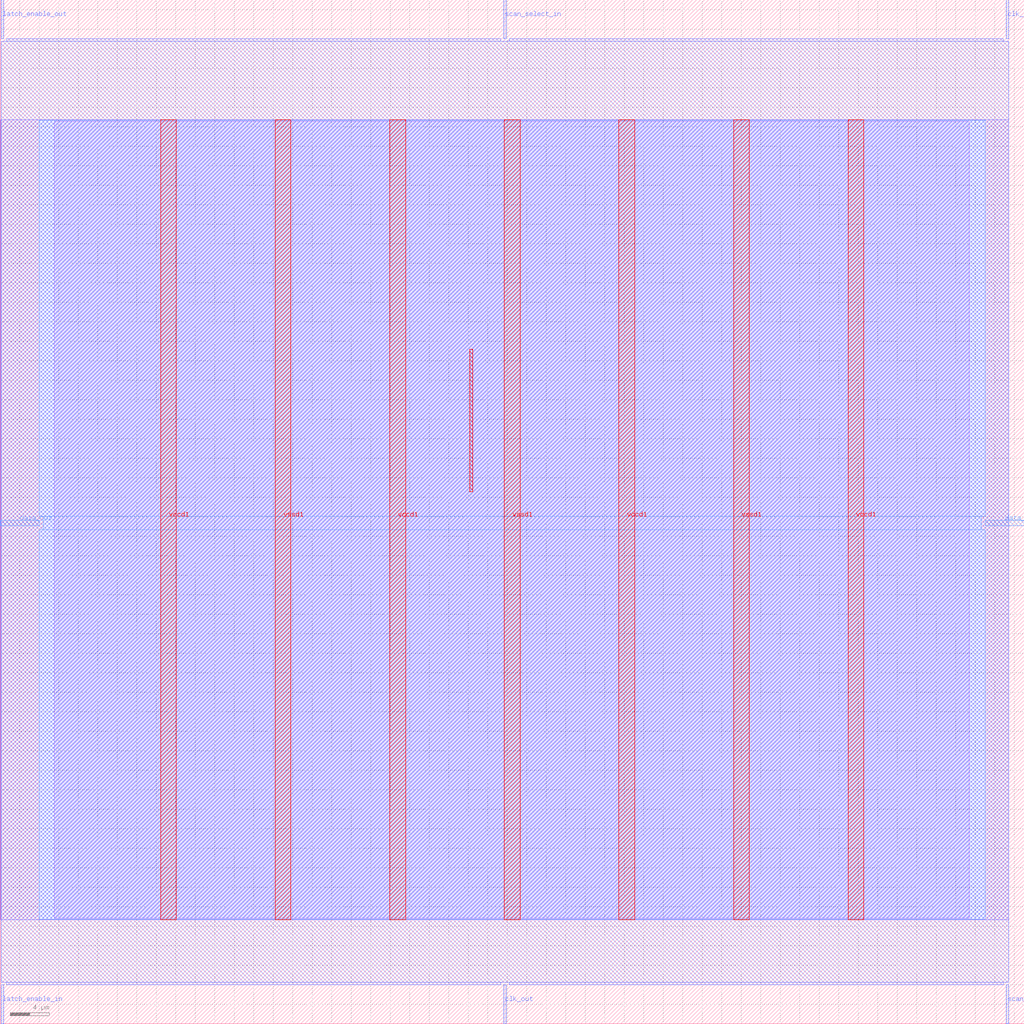
<source format=lef>
VERSION 5.7 ;
  NOWIREEXTENSIONATPIN ON ;
  DIVIDERCHAR "/" ;
  BUSBITCHARS "[]" ;
MACRO scan_wrapper_341446083683025490
  CLASS BLOCK ;
  FOREIGN scan_wrapper_341446083683025490 ;
  ORIGIN 0.000 0.000 ;
  SIZE 105.000 BY 105.000 ;
  PIN clk_in
    DIRECTION INPUT ;
    USE SIGNAL ;
    PORT
      LAYER met2 ;
        RECT 103.130 101.000 103.410 105.000 ;
    END
  END clk_in
  PIN clk_out
    DIRECTION OUTPUT TRISTATE ;
    USE SIGNAL ;
    PORT
      LAYER met2 ;
        RECT 51.610 0.000 51.890 4.000 ;
    END
  END clk_out
  PIN data_in
    DIRECTION INPUT ;
    USE SIGNAL ;
    PORT
      LAYER met3 ;
        RECT 101.000 51.040 105.000 51.640 ;
    END
  END data_in
  PIN data_out
    DIRECTION OUTPUT TRISTATE ;
    USE SIGNAL ;
    PORT
      LAYER met3 ;
        RECT 0.000 51.040 4.000 51.640 ;
    END
  END data_out
  PIN latch_enable_in
    DIRECTION INPUT ;
    USE SIGNAL ;
    PORT
      LAYER met2 ;
        RECT 0.090 0.000 0.370 4.000 ;
    END
  END latch_enable_in
  PIN latch_enable_out
    DIRECTION OUTPUT TRISTATE ;
    USE SIGNAL ;
    PORT
      LAYER met2 ;
        RECT 0.090 101.000 0.370 105.000 ;
    END
  END latch_enable_out
  PIN scan_select_in
    DIRECTION INPUT ;
    USE SIGNAL ;
    PORT
      LAYER met2 ;
        RECT 51.610 101.000 51.890 105.000 ;
    END
  END scan_select_in
  PIN scan_select_out
    DIRECTION OUTPUT TRISTATE ;
    USE SIGNAL ;
    PORT
      LAYER met2 ;
        RECT 103.130 0.000 103.410 4.000 ;
    END
  END scan_select_out
  PIN vccd1
    DIRECTION INOUT ;
    USE POWER ;
    PORT
      LAYER met4 ;
        RECT 16.465 10.640 18.065 92.720 ;
    END
    PORT
      LAYER met4 ;
        RECT 39.955 10.640 41.555 92.720 ;
    END
    PORT
      LAYER met4 ;
        RECT 63.445 10.640 65.045 92.720 ;
    END
    PORT
      LAYER met4 ;
        RECT 86.935 10.640 88.535 92.720 ;
    END
  END vccd1
  PIN vssd1
    DIRECTION INOUT ;
    USE GROUND ;
    PORT
      LAYER met4 ;
        RECT 28.210 10.640 29.810 92.720 ;
    END
    PORT
      LAYER met4 ;
        RECT 51.700 10.640 53.300 92.720 ;
    END
    PORT
      LAYER met4 ;
        RECT 75.190 10.640 76.790 92.720 ;
    END
  END vssd1
  OBS
      LAYER li1 ;
        RECT 5.520 10.795 99.360 92.565 ;
      LAYER met1 ;
        RECT 0.070 10.640 103.430 92.720 ;
      LAYER met2 ;
        RECT 0.650 100.720 51.330 101.000 ;
        RECT 52.170 100.720 102.850 101.000 ;
        RECT 0.100 4.280 103.400 100.720 ;
        RECT 0.650 4.000 51.330 4.280 ;
        RECT 52.170 4.000 102.850 4.280 ;
      LAYER met3 ;
        RECT 4.000 52.040 101.000 92.645 ;
        RECT 4.400 50.640 100.600 52.040 ;
        RECT 4.000 10.715 101.000 50.640 ;
      LAYER met4 ;
        RECT 48.135 54.575 48.465 69.185 ;
  END
END scan_wrapper_341446083683025490
END LIBRARY


</source>
